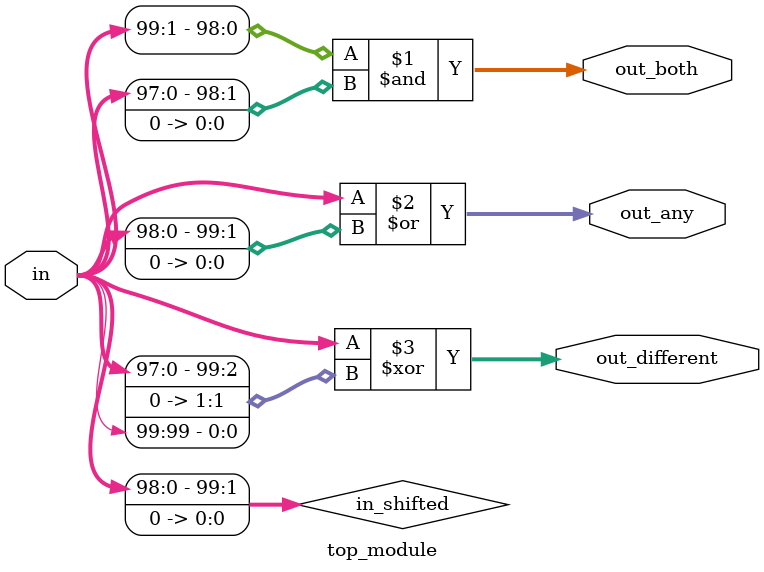
<source format=sv>
module top_module (
    input [99:0] in,
    output [98:0] out_both,
    output [99:0] out_any,
    output [99:0] out_different
);
    wire [99:0] in_shifted;

    assign in_shifted = {in[98:0], 1'b0};  // Shift the input signal by one bit
    assign out_both = in[99:1] & in_shifted[98:0]; // Bit-wise AND operation on shifted inputs
    assign out_any = in | in_shifted; // Bit-wise OR operation
    assign out_different = in ^ {in_shifted[98:0], in[99]}; // Bit-wise XOR operation

endmodule

</source>
